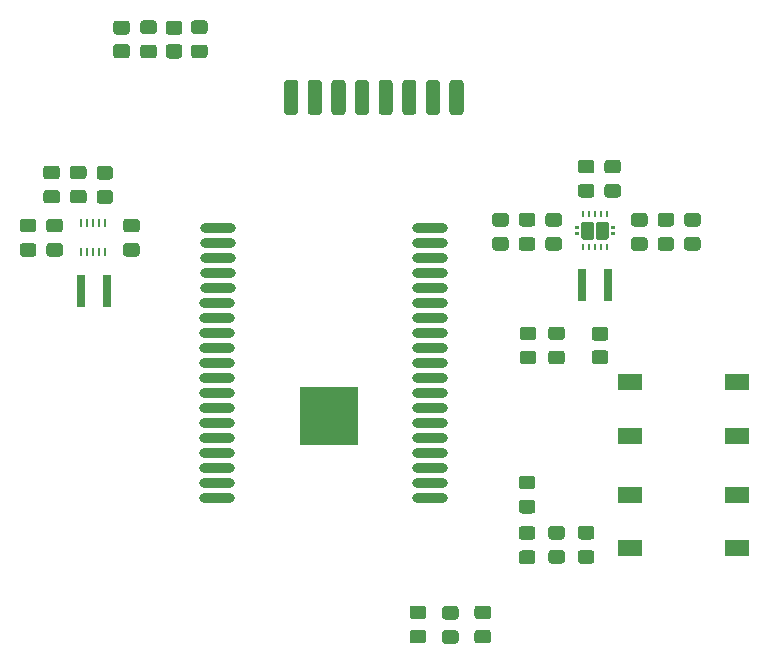
<source format=gtp>
G04 #@! TF.GenerationSoftware,KiCad,Pcbnew,(5.1.7)-1*
G04 #@! TF.CreationDate,2020-10-28T11:25:42+01:00*
G04 #@! TF.ProjectId,E-Ink,452d496e-6b2e-46b6-9963-61645f706362,rev?*
G04 #@! TF.SameCoordinates,Original*
G04 #@! TF.FileFunction,Paste,Top*
G04 #@! TF.FilePolarity,Positive*
%FSLAX46Y46*%
G04 Gerber Fmt 4.6, Leading zero omitted, Abs format (unit mm)*
G04 Created by KiCad (PCBNEW (5.1.7)-1) date 2020-10-28 11:25:42*
%MOMM*%
%LPD*%
G01*
G04 APERTURE LIST*
%ADD10R,5.000000X5.000000*%
%ADD11O,3.000000X0.900000*%
%ADD12R,0.250000X0.750000*%
%ADD13R,0.800000X2.700000*%
%ADD14R,0.240000X0.600000*%
%ADD15R,2.100000X1.400000*%
G04 APERTURE END LIST*
D10*
X128260000Y-78900000D03*
D11*
X136860000Y-85820000D03*
X136860000Y-84550000D03*
X136860000Y-83280000D03*
X136860000Y-82010000D03*
X136860000Y-80740000D03*
X136860000Y-79470000D03*
X136860000Y-78200000D03*
X136860000Y-76930000D03*
X136860000Y-75660000D03*
X136860000Y-74390000D03*
X136860000Y-73120000D03*
X136860000Y-71850000D03*
X136860000Y-70580000D03*
X136860000Y-69310000D03*
X136860000Y-68010000D03*
X136860000Y-66740000D03*
X136860000Y-65470000D03*
X136860000Y-64200000D03*
X136860000Y-62930000D03*
X118860000Y-62930000D03*
X118860000Y-64200000D03*
X118860000Y-65470000D03*
X118860000Y-66740000D03*
X118860000Y-68010000D03*
X118830000Y-69310000D03*
X118830000Y-70580000D03*
X118830000Y-71850000D03*
X118830000Y-73120000D03*
X118830000Y-74390000D03*
X118830000Y-75660000D03*
X118830000Y-76930000D03*
X118830000Y-78200000D03*
X118830000Y-79470000D03*
X118830000Y-80740000D03*
X118830000Y-82010000D03*
X118830000Y-83280000D03*
X118830000Y-84550000D03*
X118830000Y-85820000D03*
G36*
G01*
X150777999Y-73287000D02*
X151678001Y-73287000D01*
G75*
G02*
X151928000Y-73536999I0J-249999D01*
G01*
X151928000Y-74237001D01*
G75*
G02*
X151678001Y-74487000I-249999J0D01*
G01*
X150777999Y-74487000D01*
G75*
G02*
X150528000Y-74237001I0J249999D01*
G01*
X150528000Y-73536999D01*
G75*
G02*
X150777999Y-73287000I249999J0D01*
G01*
G37*
G36*
G01*
X150777999Y-71287000D02*
X151678001Y-71287000D01*
G75*
G02*
X151928000Y-71536999I0J-249999D01*
G01*
X151928000Y-72237001D01*
G75*
G02*
X151678001Y-72487000I-249999J0D01*
G01*
X150777999Y-72487000D01*
G75*
G02*
X150528000Y-72237001I0J249999D01*
G01*
X150528000Y-71536999D01*
G75*
G02*
X150777999Y-71287000I249999J0D01*
G01*
G37*
G36*
G01*
X115610001Y-46595000D02*
X114709999Y-46595000D01*
G75*
G02*
X114460000Y-46345001I0J249999D01*
G01*
X114460000Y-45644999D01*
G75*
G02*
X114709999Y-45395000I249999J0D01*
G01*
X115610001Y-45395000D01*
G75*
G02*
X115860000Y-45644999I0J-249999D01*
G01*
X115860000Y-46345001D01*
G75*
G02*
X115610001Y-46595000I-249999J0D01*
G01*
G37*
G36*
G01*
X115610001Y-48595000D02*
X114709999Y-48595000D01*
G75*
G02*
X114460000Y-48345001I0J249999D01*
G01*
X114460000Y-47644999D01*
G75*
G02*
X114709999Y-47395000I249999J0D01*
G01*
X115610001Y-47395000D01*
G75*
G02*
X115860000Y-47644999I0J-249999D01*
G01*
X115860000Y-48345001D01*
G75*
G02*
X115610001Y-48595000I-249999J0D01*
G01*
G37*
G36*
G01*
X111165001Y-46579000D02*
X110264999Y-46579000D01*
G75*
G02*
X110015000Y-46329001I0J249999D01*
G01*
X110015000Y-45628999D01*
G75*
G02*
X110264999Y-45379000I249999J0D01*
G01*
X111165001Y-45379000D01*
G75*
G02*
X111415000Y-45628999I0J-249999D01*
G01*
X111415000Y-46329001D01*
G75*
G02*
X111165001Y-46579000I-249999J0D01*
G01*
G37*
G36*
G01*
X111165001Y-48579000D02*
X110264999Y-48579000D01*
G75*
G02*
X110015000Y-48329001I0J249999D01*
G01*
X110015000Y-47628999D01*
G75*
G02*
X110264999Y-47379000I249999J0D01*
G01*
X111165001Y-47379000D01*
G75*
G02*
X111415000Y-47628999I0J-249999D01*
G01*
X111415000Y-48329001D01*
G75*
G02*
X111165001Y-48579000I-249999J0D01*
G01*
G37*
D12*
X109308000Y-62520000D03*
X109308000Y-65020000D03*
X108300000Y-65020000D03*
X107800000Y-62520000D03*
X107300000Y-62520000D03*
X107300000Y-65020000D03*
X107800000Y-65020000D03*
X108800000Y-65020000D03*
X108800000Y-62520000D03*
X108300000Y-62520000D03*
G36*
G01*
X157250001Y-62820000D02*
X156349999Y-62820000D01*
G75*
G02*
X156100000Y-62570001I0J249999D01*
G01*
X156100000Y-61919999D01*
G75*
G02*
X156349999Y-61670000I249999J0D01*
G01*
X157250001Y-61670000D01*
G75*
G02*
X157500000Y-61919999I0J-249999D01*
G01*
X157500000Y-62570001D01*
G75*
G02*
X157250001Y-62820000I-249999J0D01*
G01*
G37*
G36*
G01*
X157250001Y-64870000D02*
X156349999Y-64870000D01*
G75*
G02*
X156100000Y-64620001I0J249999D01*
G01*
X156100000Y-63969999D01*
G75*
G02*
X156349999Y-63720000I249999J0D01*
G01*
X157250001Y-63720000D01*
G75*
G02*
X157500000Y-63969999I0J-249999D01*
G01*
X157500000Y-64620001D01*
G75*
G02*
X157250001Y-64870000I-249999J0D01*
G01*
G37*
G36*
G01*
X155000001Y-62820000D02*
X154099999Y-62820000D01*
G75*
G02*
X153850000Y-62570001I0J249999D01*
G01*
X153850000Y-61919999D01*
G75*
G02*
X154099999Y-61670000I249999J0D01*
G01*
X155000001Y-61670000D01*
G75*
G02*
X155250000Y-61919999I0J-249999D01*
G01*
X155250000Y-62570001D01*
G75*
G02*
X155000001Y-62820000I-249999J0D01*
G01*
G37*
G36*
G01*
X155000001Y-64870000D02*
X154099999Y-64870000D01*
G75*
G02*
X153850000Y-64620001I0J249999D01*
G01*
X153850000Y-63969999D01*
G75*
G02*
X154099999Y-63720000I249999J0D01*
G01*
X155000001Y-63720000D01*
G75*
G02*
X155250000Y-63969999I0J-249999D01*
G01*
X155250000Y-64620001D01*
G75*
G02*
X155000001Y-64870000I-249999J0D01*
G01*
G37*
G36*
G01*
X112000001Y-63320000D02*
X111099999Y-63320000D01*
G75*
G02*
X110850000Y-63070001I0J249999D01*
G01*
X110850000Y-62419999D01*
G75*
G02*
X111099999Y-62170000I249999J0D01*
G01*
X112000001Y-62170000D01*
G75*
G02*
X112250000Y-62419999I0J-249999D01*
G01*
X112250000Y-63070001D01*
G75*
G02*
X112000001Y-63320000I-249999J0D01*
G01*
G37*
G36*
G01*
X112000001Y-65370000D02*
X111099999Y-65370000D01*
G75*
G02*
X110850000Y-65120001I0J249999D01*
G01*
X110850000Y-64469999D01*
G75*
G02*
X111099999Y-64220000I249999J0D01*
G01*
X112000001Y-64220000D01*
G75*
G02*
X112250000Y-64469999I0J-249999D01*
G01*
X112250000Y-65120001D01*
G75*
G02*
X112000001Y-65370000I-249999J0D01*
G01*
G37*
G36*
G01*
X107500001Y-58820000D02*
X106599999Y-58820000D01*
G75*
G02*
X106350000Y-58570001I0J249999D01*
G01*
X106350000Y-57919999D01*
G75*
G02*
X106599999Y-57670000I249999J0D01*
G01*
X107500001Y-57670000D01*
G75*
G02*
X107750000Y-57919999I0J-249999D01*
G01*
X107750000Y-58570001D01*
G75*
G02*
X107500001Y-58820000I-249999J0D01*
G01*
G37*
G36*
G01*
X107500001Y-60870000D02*
X106599999Y-60870000D01*
G75*
G02*
X106350000Y-60620001I0J249999D01*
G01*
X106350000Y-59969999D01*
G75*
G02*
X106599999Y-59720000I249999J0D01*
G01*
X107500001Y-59720000D01*
G75*
G02*
X107750000Y-59969999I0J-249999D01*
G01*
X107750000Y-60620001D01*
G75*
G02*
X107500001Y-60870000I-249999J0D01*
G01*
G37*
G36*
G01*
X105250001Y-58820000D02*
X104349999Y-58820000D01*
G75*
G02*
X104100000Y-58570001I0J249999D01*
G01*
X104100000Y-57919999D01*
G75*
G02*
X104349999Y-57670000I249999J0D01*
G01*
X105250001Y-57670000D01*
G75*
G02*
X105500000Y-57919999I0J-249999D01*
G01*
X105500000Y-58570001D01*
G75*
G02*
X105250001Y-58820000I-249999J0D01*
G01*
G37*
G36*
G01*
X105250001Y-60870000D02*
X104349999Y-60870000D01*
G75*
G02*
X104100000Y-60620001I0J249999D01*
G01*
X104100000Y-59969999D01*
G75*
G02*
X104349999Y-59720000I249999J0D01*
G01*
X105250001Y-59720000D01*
G75*
G02*
X105500000Y-59969999I0J-249999D01*
G01*
X105500000Y-60620001D01*
G75*
G02*
X105250001Y-60870000I-249999J0D01*
G01*
G37*
G36*
G01*
X145500001Y-62820000D02*
X144599999Y-62820000D01*
G75*
G02*
X144350000Y-62570001I0J249999D01*
G01*
X144350000Y-61919999D01*
G75*
G02*
X144599999Y-61670000I249999J0D01*
G01*
X145500001Y-61670000D01*
G75*
G02*
X145750000Y-61919999I0J-249999D01*
G01*
X145750000Y-62570001D01*
G75*
G02*
X145500001Y-62820000I-249999J0D01*
G01*
G37*
G36*
G01*
X145500001Y-64870000D02*
X144599999Y-64870000D01*
G75*
G02*
X144350000Y-64620001I0J249999D01*
G01*
X144350000Y-63969999D01*
G75*
G02*
X144599999Y-63720000I249999J0D01*
G01*
X145500001Y-63720000D01*
G75*
G02*
X145750000Y-63969999I0J-249999D01*
G01*
X145750000Y-64620001D01*
G75*
G02*
X145500001Y-64870000I-249999J0D01*
G01*
G37*
G36*
G01*
X103250001Y-63320000D02*
X102349999Y-63320000D01*
G75*
G02*
X102100000Y-63070001I0J249999D01*
G01*
X102100000Y-62419999D01*
G75*
G02*
X102349999Y-62170000I249999J0D01*
G01*
X103250001Y-62170000D01*
G75*
G02*
X103500000Y-62419999I0J-249999D01*
G01*
X103500000Y-63070001D01*
G75*
G02*
X103250001Y-63320000I-249999J0D01*
G01*
G37*
G36*
G01*
X103250001Y-65370000D02*
X102349999Y-65370000D01*
G75*
G02*
X102100000Y-65120001I0J249999D01*
G01*
X102100000Y-64469999D01*
G75*
G02*
X102349999Y-64220000I249999J0D01*
G01*
X103250001Y-64220000D01*
G75*
G02*
X103500000Y-64469999I0J-249999D01*
G01*
X103500000Y-65120001D01*
G75*
G02*
X103250001Y-65370000I-249999J0D01*
G01*
G37*
G36*
G01*
X143250001Y-62820000D02*
X142349999Y-62820000D01*
G75*
G02*
X142100000Y-62570001I0J249999D01*
G01*
X142100000Y-61919999D01*
G75*
G02*
X142349999Y-61670000I249999J0D01*
G01*
X143250001Y-61670000D01*
G75*
G02*
X143500000Y-61919999I0J-249999D01*
G01*
X143500000Y-62570001D01*
G75*
G02*
X143250001Y-62820000I-249999J0D01*
G01*
G37*
G36*
G01*
X143250001Y-64870000D02*
X142349999Y-64870000D01*
G75*
G02*
X142100000Y-64620001I0J249999D01*
G01*
X142100000Y-63969999D01*
G75*
G02*
X142349999Y-63720000I249999J0D01*
G01*
X143250001Y-63720000D01*
G75*
G02*
X143500000Y-63969999I0J-249999D01*
G01*
X143500000Y-64620001D01*
G75*
G02*
X143250001Y-64870000I-249999J0D01*
G01*
G37*
G36*
G01*
X105500001Y-63320000D02*
X104599999Y-63320000D01*
G75*
G02*
X104350000Y-63070001I0J249999D01*
G01*
X104350000Y-62419999D01*
G75*
G02*
X104599999Y-62170000I249999J0D01*
G01*
X105500001Y-62170000D01*
G75*
G02*
X105750000Y-62419999I0J-249999D01*
G01*
X105750000Y-63070001D01*
G75*
G02*
X105500001Y-63320000I-249999J0D01*
G01*
G37*
G36*
G01*
X105500001Y-65370000D02*
X104599999Y-65370000D01*
G75*
G02*
X104350000Y-65120001I0J249999D01*
G01*
X104350000Y-64469999D01*
G75*
G02*
X104599999Y-64220000I249999J0D01*
G01*
X105500001Y-64220000D01*
G75*
G02*
X105750000Y-64469999I0J-249999D01*
G01*
X105750000Y-65120001D01*
G75*
G02*
X105500001Y-65370000I-249999J0D01*
G01*
G37*
G36*
G01*
X147750001Y-62820000D02*
X146849999Y-62820000D01*
G75*
G02*
X146600000Y-62570001I0J249999D01*
G01*
X146600000Y-61919999D01*
G75*
G02*
X146849999Y-61670000I249999J0D01*
G01*
X147750001Y-61670000D01*
G75*
G02*
X148000000Y-61919999I0J-249999D01*
G01*
X148000000Y-62570001D01*
G75*
G02*
X147750001Y-62820000I-249999J0D01*
G01*
G37*
G36*
G01*
X147750001Y-64870000D02*
X146849999Y-64870000D01*
G75*
G02*
X146600000Y-64620001I0J249999D01*
G01*
X146600000Y-63969999D01*
G75*
G02*
X146849999Y-63720000I249999J0D01*
G01*
X147750001Y-63720000D01*
G75*
G02*
X148000000Y-63969999I0J-249999D01*
G01*
X148000000Y-64620001D01*
G75*
G02*
X147750001Y-64870000I-249999J0D01*
G01*
G37*
G36*
G01*
X112550999Y-47420000D02*
X113451001Y-47420000D01*
G75*
G02*
X113701000Y-47669999I0J-249999D01*
G01*
X113701000Y-48320001D01*
G75*
G02*
X113451001Y-48570000I-249999J0D01*
G01*
X112550999Y-48570000D01*
G75*
G02*
X112301000Y-48320001I0J249999D01*
G01*
X112301000Y-47669999D01*
G75*
G02*
X112550999Y-47420000I249999J0D01*
G01*
G37*
G36*
G01*
X112550999Y-45370000D02*
X113451001Y-45370000D01*
G75*
G02*
X113701000Y-45619999I0J-249999D01*
G01*
X113701000Y-46270001D01*
G75*
G02*
X113451001Y-46520000I-249999J0D01*
G01*
X112550999Y-46520000D01*
G75*
G02*
X112301000Y-46270001I0J249999D01*
G01*
X112301000Y-45619999D01*
G75*
G02*
X112550999Y-45370000I249999J0D01*
G01*
G37*
G36*
G01*
X117750001Y-46520000D02*
X116849999Y-46520000D01*
G75*
G02*
X116600000Y-46270001I0J249999D01*
G01*
X116600000Y-45619999D01*
G75*
G02*
X116849999Y-45370000I249999J0D01*
G01*
X117750001Y-45370000D01*
G75*
G02*
X118000000Y-45619999I0J-249999D01*
G01*
X118000000Y-46270001D01*
G75*
G02*
X117750001Y-46520000I-249999J0D01*
G01*
G37*
G36*
G01*
X117750001Y-48570000D02*
X116849999Y-48570000D01*
G75*
G02*
X116600000Y-48320001I0J249999D01*
G01*
X116600000Y-47669999D01*
G75*
G02*
X116849999Y-47420000I249999J0D01*
G01*
X117750001Y-47420000D01*
G75*
G02*
X118000000Y-47669999I0J-249999D01*
G01*
X118000000Y-48320001D01*
G75*
G02*
X117750001Y-48570000I-249999J0D01*
G01*
G37*
G36*
G01*
X147099999Y-90220000D02*
X148000001Y-90220000D01*
G75*
G02*
X148250000Y-90469999I0J-249999D01*
G01*
X148250000Y-91120001D01*
G75*
G02*
X148000001Y-91370000I-249999J0D01*
G01*
X147099999Y-91370000D01*
G75*
G02*
X146850000Y-91120001I0J249999D01*
G01*
X146850000Y-90469999D01*
G75*
G02*
X147099999Y-90220000I249999J0D01*
G01*
G37*
G36*
G01*
X147099999Y-88170000D02*
X148000001Y-88170000D01*
G75*
G02*
X148250000Y-88419999I0J-249999D01*
G01*
X148250000Y-89070001D01*
G75*
G02*
X148000001Y-89320000I-249999J0D01*
G01*
X147099999Y-89320000D01*
G75*
G02*
X146850000Y-89070001I0J249999D01*
G01*
X146850000Y-88419999D01*
G75*
G02*
X147099999Y-88170000I249999J0D01*
G01*
G37*
G36*
G01*
X145500001Y-85070000D02*
X144599999Y-85070000D01*
G75*
G02*
X144350000Y-84820001I0J249999D01*
G01*
X144350000Y-84169999D01*
G75*
G02*
X144599999Y-83920000I249999J0D01*
G01*
X145500001Y-83920000D01*
G75*
G02*
X145750000Y-84169999I0J-249999D01*
G01*
X145750000Y-84820001D01*
G75*
G02*
X145500001Y-85070000I-249999J0D01*
G01*
G37*
G36*
G01*
X145500001Y-87120000D02*
X144599999Y-87120000D01*
G75*
G02*
X144350000Y-86870001I0J249999D01*
G01*
X144350000Y-86219999D01*
G75*
G02*
X144599999Y-85970000I249999J0D01*
G01*
X145500001Y-85970000D01*
G75*
G02*
X145750000Y-86219999I0J-249999D01*
G01*
X145750000Y-86870001D01*
G75*
G02*
X145500001Y-87120000I-249999J0D01*
G01*
G37*
G36*
G01*
X135349999Y-96970000D02*
X136250001Y-96970000D01*
G75*
G02*
X136500000Y-97219999I0J-249999D01*
G01*
X136500000Y-97870001D01*
G75*
G02*
X136250001Y-98120000I-249999J0D01*
G01*
X135349999Y-98120000D01*
G75*
G02*
X135100000Y-97870001I0J249999D01*
G01*
X135100000Y-97219999D01*
G75*
G02*
X135349999Y-96970000I249999J0D01*
G01*
G37*
G36*
G01*
X135349999Y-94920000D02*
X136250001Y-94920000D01*
G75*
G02*
X136500000Y-95169999I0J-249999D01*
G01*
X136500000Y-95820001D01*
G75*
G02*
X136250001Y-96070000I-249999J0D01*
G01*
X135349999Y-96070000D01*
G75*
G02*
X135100000Y-95820001I0J249999D01*
G01*
X135100000Y-95169999D01*
G75*
G02*
X135349999Y-94920000I249999J0D01*
G01*
G37*
G36*
G01*
X138099999Y-96995000D02*
X139000001Y-96995000D01*
G75*
G02*
X139250000Y-97244999I0J-249999D01*
G01*
X139250000Y-97895001D01*
G75*
G02*
X139000001Y-98145000I-249999J0D01*
G01*
X138099999Y-98145000D01*
G75*
G02*
X137850000Y-97895001I0J249999D01*
G01*
X137850000Y-97244999D01*
G75*
G02*
X138099999Y-96995000I249999J0D01*
G01*
G37*
G36*
G01*
X138099999Y-94945000D02*
X139000001Y-94945000D01*
G75*
G02*
X139250000Y-95194999I0J-249999D01*
G01*
X139250000Y-95845001D01*
G75*
G02*
X139000001Y-96095000I-249999J0D01*
G01*
X138099999Y-96095000D01*
G75*
G02*
X137850000Y-95845001I0J249999D01*
G01*
X137850000Y-95194999D01*
G75*
G02*
X138099999Y-94945000I249999J0D01*
G01*
G37*
G36*
G01*
X140849999Y-96970000D02*
X141750001Y-96970000D01*
G75*
G02*
X142000000Y-97219999I0J-249999D01*
G01*
X142000000Y-97870001D01*
G75*
G02*
X141750001Y-98120000I-249999J0D01*
G01*
X140849999Y-98120000D01*
G75*
G02*
X140600000Y-97870001I0J249999D01*
G01*
X140600000Y-97219999D01*
G75*
G02*
X140849999Y-96970000I249999J0D01*
G01*
G37*
G36*
G01*
X140849999Y-94920000D02*
X141750001Y-94920000D01*
G75*
G02*
X142000000Y-95169999I0J-249999D01*
G01*
X142000000Y-95820001D01*
G75*
G02*
X141750001Y-96070000I-249999J0D01*
G01*
X140849999Y-96070000D01*
G75*
G02*
X140600000Y-95820001I0J249999D01*
G01*
X140600000Y-95169999D01*
G75*
G02*
X140849999Y-94920000I249999J0D01*
G01*
G37*
G36*
G01*
X149599999Y-90220000D02*
X150500001Y-90220000D01*
G75*
G02*
X150750000Y-90469999I0J-249999D01*
G01*
X150750000Y-91120001D01*
G75*
G02*
X150500001Y-91370000I-249999J0D01*
G01*
X149599999Y-91370000D01*
G75*
G02*
X149350000Y-91120001I0J249999D01*
G01*
X149350000Y-90469999D01*
G75*
G02*
X149599999Y-90220000I249999J0D01*
G01*
G37*
G36*
G01*
X149599999Y-88170000D02*
X150500001Y-88170000D01*
G75*
G02*
X150750000Y-88419999I0J-249999D01*
G01*
X150750000Y-89070001D01*
G75*
G02*
X150500001Y-89320000I-249999J0D01*
G01*
X149599999Y-89320000D01*
G75*
G02*
X149350000Y-89070001I0J249999D01*
G01*
X149350000Y-88419999D01*
G75*
G02*
X149599999Y-88170000I249999J0D01*
G01*
G37*
G36*
G01*
X145582001Y-72437000D02*
X144681999Y-72437000D01*
G75*
G02*
X144432000Y-72187001I0J249999D01*
G01*
X144432000Y-71536999D01*
G75*
G02*
X144681999Y-71287000I249999J0D01*
G01*
X145582001Y-71287000D01*
G75*
G02*
X145832000Y-71536999I0J-249999D01*
G01*
X145832000Y-72187001D01*
G75*
G02*
X145582001Y-72437000I-249999J0D01*
G01*
G37*
G36*
G01*
X145582001Y-74487000D02*
X144681999Y-74487000D01*
G75*
G02*
X144432000Y-74237001I0J249999D01*
G01*
X144432000Y-73586999D01*
G75*
G02*
X144681999Y-73337000I249999J0D01*
G01*
X145582001Y-73337000D01*
G75*
G02*
X145832000Y-73586999I0J-249999D01*
G01*
X145832000Y-74237001D01*
G75*
G02*
X145582001Y-74487000I-249999J0D01*
G01*
G37*
G36*
G01*
X138780000Y-50392500D02*
X139380000Y-50392500D01*
G75*
G02*
X139680000Y-50692500I0J-300000D01*
G01*
X139680000Y-53092500D01*
G75*
G02*
X139380000Y-53392500I-300000J0D01*
G01*
X138780000Y-53392500D01*
G75*
G02*
X138480000Y-53092500I0J300000D01*
G01*
X138480000Y-50692500D01*
G75*
G02*
X138780000Y-50392500I300000J0D01*
G01*
G37*
G36*
G01*
X136780000Y-50392500D02*
X137380000Y-50392500D01*
G75*
G02*
X137680000Y-50692500I0J-300000D01*
G01*
X137680000Y-53092500D01*
G75*
G02*
X137380000Y-53392500I-300000J0D01*
G01*
X136780000Y-53392500D01*
G75*
G02*
X136480000Y-53092500I0J300000D01*
G01*
X136480000Y-50692500D01*
G75*
G02*
X136780000Y-50392500I300000J0D01*
G01*
G37*
G36*
G01*
X134780000Y-50392500D02*
X135380000Y-50392500D01*
G75*
G02*
X135680000Y-50692500I0J-300000D01*
G01*
X135680000Y-53092500D01*
G75*
G02*
X135380000Y-53392500I-300000J0D01*
G01*
X134780000Y-53392500D01*
G75*
G02*
X134480000Y-53092500I0J300000D01*
G01*
X134480000Y-50692500D01*
G75*
G02*
X134780000Y-50392500I300000J0D01*
G01*
G37*
G36*
G01*
X132780000Y-50392500D02*
X133380000Y-50392500D01*
G75*
G02*
X133680000Y-50692500I0J-300000D01*
G01*
X133680000Y-53092500D01*
G75*
G02*
X133380000Y-53392500I-300000J0D01*
G01*
X132780000Y-53392500D01*
G75*
G02*
X132480000Y-53092500I0J300000D01*
G01*
X132480000Y-50692500D01*
G75*
G02*
X132780000Y-50392500I300000J0D01*
G01*
G37*
G36*
G01*
X130780000Y-50392500D02*
X131380000Y-50392500D01*
G75*
G02*
X131680000Y-50692500I0J-300000D01*
G01*
X131680000Y-53092500D01*
G75*
G02*
X131380000Y-53392500I-300000J0D01*
G01*
X130780000Y-53392500D01*
G75*
G02*
X130480000Y-53092500I0J300000D01*
G01*
X130480000Y-50692500D01*
G75*
G02*
X130780000Y-50392500I300000J0D01*
G01*
G37*
G36*
G01*
X128780000Y-50392500D02*
X129380000Y-50392500D01*
G75*
G02*
X129680000Y-50692500I0J-300000D01*
G01*
X129680000Y-53092500D01*
G75*
G02*
X129380000Y-53392500I-300000J0D01*
G01*
X128780000Y-53392500D01*
G75*
G02*
X128480000Y-53092500I0J300000D01*
G01*
X128480000Y-50692500D01*
G75*
G02*
X128780000Y-50392500I300000J0D01*
G01*
G37*
G36*
G01*
X126780000Y-50392500D02*
X127380000Y-50392500D01*
G75*
G02*
X127680000Y-50692500I0J-300000D01*
G01*
X127680000Y-53092500D01*
G75*
G02*
X127380000Y-53392500I-300000J0D01*
G01*
X126780000Y-53392500D01*
G75*
G02*
X126480000Y-53092500I0J300000D01*
G01*
X126480000Y-50692500D01*
G75*
G02*
X126780000Y-50392500I300000J0D01*
G01*
G37*
G36*
G01*
X124780000Y-50392500D02*
X125380000Y-50392500D01*
G75*
G02*
X125680000Y-50692500I0J-300000D01*
G01*
X125680000Y-53092500D01*
G75*
G02*
X125380000Y-53392500I-300000J0D01*
G01*
X124780000Y-53392500D01*
G75*
G02*
X124480000Y-53092500I0J300000D01*
G01*
X124480000Y-50692500D01*
G75*
G02*
X124780000Y-50392500I300000J0D01*
G01*
G37*
D13*
X109500000Y-68270000D03*
X107300000Y-68270000D03*
X151900000Y-67770000D03*
X149700000Y-67770000D03*
G36*
G01*
X152750001Y-58320000D02*
X151849999Y-58320000D01*
G75*
G02*
X151600000Y-58070001I0J249999D01*
G01*
X151600000Y-57419999D01*
G75*
G02*
X151849999Y-57170000I249999J0D01*
G01*
X152750001Y-57170000D01*
G75*
G02*
X153000000Y-57419999I0J-249999D01*
G01*
X153000000Y-58070001D01*
G75*
G02*
X152750001Y-58320000I-249999J0D01*
G01*
G37*
G36*
G01*
X152750001Y-60370000D02*
X151849999Y-60370000D01*
G75*
G02*
X151600000Y-60120001I0J249999D01*
G01*
X151600000Y-59469999D01*
G75*
G02*
X151849999Y-59220000I249999J0D01*
G01*
X152750001Y-59220000D01*
G75*
G02*
X153000000Y-59469999I0J-249999D01*
G01*
X153000000Y-60120001D01*
G75*
G02*
X152750001Y-60370000I-249999J0D01*
G01*
G37*
G36*
G01*
X159500001Y-62820000D02*
X158599999Y-62820000D01*
G75*
G02*
X158350000Y-62570001I0J249999D01*
G01*
X158350000Y-61919999D01*
G75*
G02*
X158599999Y-61670000I249999J0D01*
G01*
X159500001Y-61670000D01*
G75*
G02*
X159750000Y-61919999I0J-249999D01*
G01*
X159750000Y-62570001D01*
G75*
G02*
X159500001Y-62820000I-249999J0D01*
G01*
G37*
G36*
G01*
X159500001Y-64870000D02*
X158599999Y-64870000D01*
G75*
G02*
X158350000Y-64620001I0J249999D01*
G01*
X158350000Y-63969999D01*
G75*
G02*
X158599999Y-63720000I249999J0D01*
G01*
X159500001Y-63720000D01*
G75*
G02*
X159750000Y-63969999I0J-249999D01*
G01*
X159750000Y-64620001D01*
G75*
G02*
X159500001Y-64870000I-249999J0D01*
G01*
G37*
G36*
G01*
X109750001Y-58845000D02*
X108849999Y-58845000D01*
G75*
G02*
X108600000Y-58595001I0J249999D01*
G01*
X108600000Y-57944999D01*
G75*
G02*
X108849999Y-57695000I249999J0D01*
G01*
X109750001Y-57695000D01*
G75*
G02*
X110000000Y-57944999I0J-249999D01*
G01*
X110000000Y-58595001D01*
G75*
G02*
X109750001Y-58845000I-249999J0D01*
G01*
G37*
G36*
G01*
X109750001Y-60895000D02*
X108849999Y-60895000D01*
G75*
G02*
X108600000Y-60645001I0J249999D01*
G01*
X108600000Y-59994999D01*
G75*
G02*
X108849999Y-59745000I249999J0D01*
G01*
X109750001Y-59745000D01*
G75*
G02*
X110000000Y-59994999I0J-249999D01*
G01*
X110000000Y-60645001D01*
G75*
G02*
X109750001Y-60895000I-249999J0D01*
G01*
G37*
G36*
G01*
X150500001Y-58320000D02*
X149599999Y-58320000D01*
G75*
G02*
X149350000Y-58070001I0J249999D01*
G01*
X149350000Y-57419999D01*
G75*
G02*
X149599999Y-57170000I249999J0D01*
G01*
X150500001Y-57170000D01*
G75*
G02*
X150750000Y-57419999I0J-249999D01*
G01*
X150750000Y-58070001D01*
G75*
G02*
X150500001Y-58320000I-249999J0D01*
G01*
G37*
G36*
G01*
X150500001Y-60370000D02*
X149599999Y-60370000D01*
G75*
G02*
X149350000Y-60120001I0J249999D01*
G01*
X149350000Y-59469999D01*
G75*
G02*
X149599999Y-59220000I249999J0D01*
G01*
X150500001Y-59220000D01*
G75*
G02*
X150750000Y-59469999I0J-249999D01*
G01*
X150750000Y-60120001D01*
G75*
G02*
X150500001Y-60370000I-249999J0D01*
G01*
G37*
G36*
G01*
X145500001Y-89345000D02*
X144599999Y-89345000D01*
G75*
G02*
X144350000Y-89095001I0J249999D01*
G01*
X144350000Y-88444999D01*
G75*
G02*
X144599999Y-88195000I249999J0D01*
G01*
X145500001Y-88195000D01*
G75*
G02*
X145750000Y-88444999I0J-249999D01*
G01*
X145750000Y-89095001D01*
G75*
G02*
X145500001Y-89345000I-249999J0D01*
G01*
G37*
G36*
G01*
X145500001Y-91395000D02*
X144599999Y-91395000D01*
G75*
G02*
X144350000Y-91145001I0J249999D01*
G01*
X144350000Y-90494999D01*
G75*
G02*
X144599999Y-90245000I249999J0D01*
G01*
X145500001Y-90245000D01*
G75*
G02*
X145750000Y-90494999I0J-249999D01*
G01*
X145750000Y-91145001D01*
G75*
G02*
X145500001Y-91395000I-249999J0D01*
G01*
G37*
G36*
G01*
X147094999Y-73337000D02*
X147995001Y-73337000D01*
G75*
G02*
X148245000Y-73586999I0J-249999D01*
G01*
X148245000Y-74237001D01*
G75*
G02*
X147995001Y-74487000I-249999J0D01*
G01*
X147094999Y-74487000D01*
G75*
G02*
X146845000Y-74237001I0J249999D01*
G01*
X146845000Y-73586999D01*
G75*
G02*
X147094999Y-73337000I249999J0D01*
G01*
G37*
G36*
G01*
X147094999Y-71287000D02*
X147995001Y-71287000D01*
G75*
G02*
X148245000Y-71536999I0J-249999D01*
G01*
X148245000Y-72187001D01*
G75*
G02*
X147995001Y-72437000I-249999J0D01*
G01*
X147094999Y-72437000D01*
G75*
G02*
X146845000Y-72187001I0J249999D01*
G01*
X146845000Y-71536999D01*
G75*
G02*
X147094999Y-71287000I249999J0D01*
G01*
G37*
D14*
X149800000Y-61770000D03*
X150300000Y-61770000D03*
X150800000Y-61770000D03*
X151300000Y-61770000D03*
X151800000Y-61770000D03*
X151800000Y-64570000D03*
X151300000Y-64570000D03*
X150800000Y-64570000D03*
X150300000Y-64570000D03*
X149800000Y-64570000D03*
G36*
G01*
X152475000Y-63045000D02*
X152185000Y-63045000D01*
G75*
G02*
X152160000Y-63020000I0J25000D01*
G01*
X152160000Y-62820000D01*
G75*
G02*
X152185000Y-62795000I25000J0D01*
G01*
X152475000Y-62795000D01*
G75*
G02*
X152500000Y-62820000I0J-25000D01*
G01*
X152500000Y-63020000D01*
G75*
G02*
X152475000Y-63045000I-25000J0D01*
G01*
G37*
G36*
G01*
X152475000Y-63545000D02*
X152185000Y-63545000D01*
G75*
G02*
X152160000Y-63520000I0J25000D01*
G01*
X152160000Y-63320000D01*
G75*
G02*
X152185000Y-63295000I25000J0D01*
G01*
X152475000Y-63295000D01*
G75*
G02*
X152500000Y-63320000I0J-25000D01*
G01*
X152500000Y-63520000D01*
G75*
G02*
X152475000Y-63545000I-25000J0D01*
G01*
G37*
G36*
G01*
X149415000Y-63045000D02*
X149125000Y-63045000D01*
G75*
G02*
X149100000Y-63020000I0J25000D01*
G01*
X149100000Y-62820000D01*
G75*
G02*
X149125000Y-62795000I25000J0D01*
G01*
X149415000Y-62795000D01*
G75*
G02*
X149440000Y-62820000I0J-25000D01*
G01*
X149440000Y-63020000D01*
G75*
G02*
X149415000Y-63045000I-25000J0D01*
G01*
G37*
G36*
G01*
X149415000Y-63545000D02*
X149125000Y-63545000D01*
G75*
G02*
X149100000Y-63520000I0J25000D01*
G01*
X149100000Y-63320000D01*
G75*
G02*
X149125000Y-63295000I25000J0D01*
G01*
X149415000Y-63295000D01*
G75*
G02*
X149440000Y-63320000I0J-25000D01*
G01*
X149440000Y-63520000D01*
G75*
G02*
X149415000Y-63545000I-25000J0D01*
G01*
G37*
G36*
G01*
X150594000Y-63920000D02*
X149746000Y-63920000D01*
G75*
G02*
X149640000Y-63814000I0J106000D01*
G01*
X149640000Y-62526000D01*
G75*
G02*
X149746000Y-62420000I106000J0D01*
G01*
X150594000Y-62420000D01*
G75*
G02*
X150700000Y-62526000I0J-106000D01*
G01*
X150700000Y-63814000D01*
G75*
G02*
X150594000Y-63920000I-106000J0D01*
G01*
G37*
G36*
G01*
X151854000Y-63920000D02*
X151006000Y-63920000D01*
G75*
G02*
X150900000Y-63814000I0J106000D01*
G01*
X150900000Y-62526000D01*
G75*
G02*
X151006000Y-62420000I106000J0D01*
G01*
X151854000Y-62420000D01*
G75*
G02*
X151960000Y-62526000I0J-106000D01*
G01*
X151960000Y-63814000D01*
G75*
G02*
X151854000Y-63920000I-106000J0D01*
G01*
G37*
D15*
X153750000Y-85520000D03*
X153750000Y-90020000D03*
X162850000Y-90020000D03*
X162850000Y-85520000D03*
X153750000Y-76020000D03*
X153750000Y-80520000D03*
X162850000Y-80520000D03*
X162850000Y-76020000D03*
M02*

</source>
